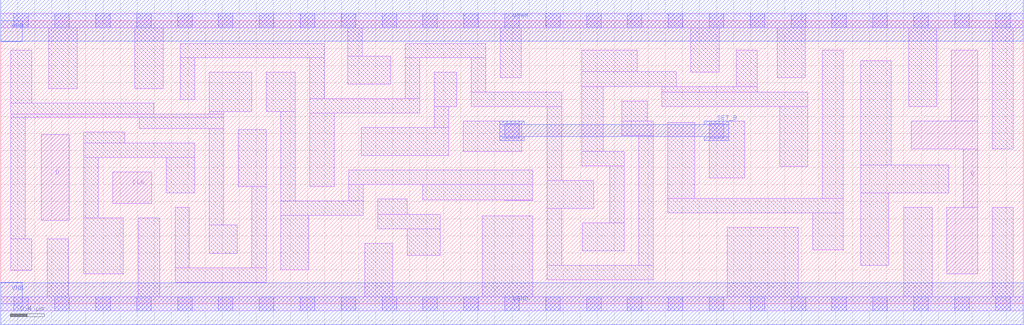
<source format=lef>
# Copyright 2020 The SkyWater PDK Authors
#
# Licensed under the Apache License, Version 2.0 (the "License");
# you may not use this file except in compliance with the License.
# You may obtain a copy of the License at
#
#     https://www.apache.org/licenses/LICENSE-2.0
#
# Unless required by applicable law or agreed to in writing, software
# distributed under the License is distributed on an "AS IS" BASIS,
# WITHOUT WARRANTIES OR CONDITIONS OF ANY KIND, either express or implied.
# See the License for the specific language governing permissions and
# limitations under the License.
#
# SPDX-License-Identifier: Apache-2.0

VERSION 5.5 ;
NAMESCASESENSITIVE ON ;
BUSBITCHARS "[]" ;
DIVIDERCHAR "/" ;
MACRO sky130_fd_sc_ms__dfstp_2
  CLASS CORE ;
  SOURCE USER ;
  ORIGIN  0.000000  0.000000 ;
  SIZE 12 BY  3.330000 ;
  SYMMETRY X Y ;
  SITE unit ;
  PIN D
    ANTENNAGATEAREA  0.126000 ;
    DIRECTION INPUT ;
    USE SIGNAL ;
    PORT
      LAYER li1 ;
        RECT 0.475000 0.980000 0.805000 1.990000 ;
    END
  END D
  PIN Q
    ANTENNADIFFAREA  0.543200 ;
    DIRECTION OUTPUT ;
    USE SIGNAL ;
    PORT
      LAYER li1 ;
        RECT 10.685000 1.820000 11.465000 2.150000 ;
        RECT 11.100000 0.350000 11.465000 1.130000 ;
        RECT 11.155000 2.150000 11.465000 2.980000 ;
        RECT 11.295000 1.130000 11.465000 1.820000 ;
    END
  END Q
  PIN SET_B
    ANTENNAPARTIALMETALSIDEAREA  1.869000 ;
    DIRECTION INPUT ;
    USE SIGNAL ;
    PORT
      LAYER met1 ;
        RECT 5.855000 1.920000 6.145000 1.965000 ;
        RECT 5.855000 1.965000 8.545000 2.105000 ;
        RECT 5.855000 2.105000 6.145000 2.150000 ;
        RECT 8.255000 1.920000 8.545000 1.965000 ;
        RECT 8.255000 2.105000 8.545000 2.150000 ;
    END
  END SET_B
  PIN CLK
    ANTENNAGATEAREA  0.279000 ;
    DIRECTION INPUT ;
    USE CLOCK ;
    PORT
      LAYER li1 ;
        RECT 1.315000 1.180000 1.775000 1.550000 ;
    END
  END CLK
  PIN VGND
    DIRECTION INOUT ;
    USE GROUND ;
    PORT
      LAYER met1 ;
        RECT 0.000000 -0.245000 12.000000 0.245000 ;
    END
  END VGND
  PIN VNB
    DIRECTION INOUT ;
    USE GROUND ;
    PORT
      LAYER met1 ;
        RECT 0.000000 0.000000 0.250000 0.250000 ;
    END
  END VNB
  PIN VPB
    DIRECTION INOUT ;
    USE POWER ;
    PORT
      LAYER met1 ;
        RECT 0.000000 3.080000 0.250000 3.330000 ;
    END
  END VPB
  PIN VPWR
    DIRECTION INOUT ;
    USE POWER ;
    PORT
      LAYER met1 ;
        RECT 0.000000 3.085000 12.000000 3.575000 ;
    END
  END VPWR
  OBS
    LAYER li1 ;
      RECT  0.000000 -0.085000 12.000000 0.085000 ;
      RECT  0.000000  3.245000 12.000000 3.415000 ;
      RECT  0.115000  0.395000  0.365000 0.765000 ;
      RECT  0.115000  0.765000  0.285000 2.190000 ;
      RECT  0.115000  2.190000  2.615000 2.230000 ;
      RECT  0.115000  2.230000  1.795000 2.360000 ;
      RECT  0.115000  2.360000  0.365000 2.980000 ;
      RECT  0.545000  0.085000  0.795000 0.765000 ;
      RECT  0.565000  2.530000  0.895000 3.245000 ;
      RECT  0.975000  0.350000  1.435000 1.010000 ;
      RECT  0.975000  1.010000  1.145000 1.720000 ;
      RECT  0.975000  1.720000  2.275000 1.890000 ;
      RECT  0.975000  1.890000  1.455000 2.020000 ;
      RECT  1.575000  2.530000  1.905000 3.245000 ;
      RECT  1.615000  0.085000  1.865000 1.010000 ;
      RECT  1.625000  2.060000  2.615000 2.190000 ;
      RECT  1.945000  1.300000  2.275000 1.720000 ;
      RECT  2.045000  0.255000  3.115000 0.425000 ;
      RECT  2.045000  0.425000  2.215000 1.130000 ;
      RECT  2.105000  2.400000  2.275000 2.890000 ;
      RECT  2.105000  2.890000  3.795000 3.060000 ;
      RECT  2.445000  0.595000  2.775000 0.925000 ;
      RECT  2.445000  0.925000  2.615000 2.060000 ;
      RECT  2.445000  2.230000  2.615000 2.260000 ;
      RECT  2.445000  2.260000  2.945000 2.720000 ;
      RECT  2.785000  1.380000  3.115000 2.050000 ;
      RECT  2.945000  0.425000  3.115000 1.380000 ;
      RECT  3.115000  2.260000  3.455000 2.720000 ;
      RECT  3.285000  0.400000  3.615000 1.040000 ;
      RECT  3.285000  1.040000  4.255000 1.210000 ;
      RECT  3.285000  1.210000  3.455000 2.260000 ;
      RECT  3.625000  1.380000  3.915000 2.240000 ;
      RECT  3.625000  2.240000  4.915000 2.410000 ;
      RECT  3.625000  2.410000  3.795000 2.890000 ;
      RECT  4.070000  2.580000  4.575000 2.910000 ;
      RECT  4.070000  2.910000  4.240000 3.245000 ;
      RECT  4.085000  1.210000  4.255000 1.400000 ;
      RECT  4.085000  1.400000  6.245000 1.570000 ;
      RECT  4.230000  1.740000  5.255000 2.070000 ;
      RECT  4.270000  0.085000  4.600000 0.710000 ;
      RECT  4.425000  0.880000  5.160000 1.050000 ;
      RECT  4.425000  1.050000  4.770000 1.230000 ;
      RECT  4.745000  2.410000  4.915000 2.890000 ;
      RECT  4.745000  2.890000  5.690000 3.060000 ;
      RECT  4.770000  0.570000  5.160000 0.880000 ;
      RECT  4.950000  1.220000  6.245000 1.400000 ;
      RECT  5.085000  2.070000  5.255000 2.320000 ;
      RECT  5.085000  2.320000  5.350000 2.720000 ;
      RECT  5.425000  1.790000  6.115000 2.150000 ;
      RECT  5.520000  2.320000  6.585000 2.490000 ;
      RECT  5.520000  2.490000  5.690000 2.890000 ;
      RECT  5.650000  0.085000  6.245000 1.030000 ;
      RECT  5.860000  2.660000  6.110000 3.245000 ;
      RECT  5.915000  1.215000  6.245000 1.220000 ;
      RECT  6.415000  0.280000  7.660000 0.450000 ;
      RECT  6.415000  0.450000  6.585000 1.120000 ;
      RECT  6.415000  1.120000  6.960000 1.450000 ;
      RECT  6.415000  1.450000  6.585000 2.320000 ;
      RECT  6.820000  1.620000  7.320000 1.790000 ;
      RECT  6.820000  1.790000  7.070000 2.550000 ;
      RECT  6.820000  2.550000  7.930000 2.730000 ;
      RECT  6.820000  2.730000  7.470000 2.980000 ;
      RECT  6.825000  0.620000  7.320000 0.950000 ;
      RECT  7.150000  0.950000  7.320000 1.620000 ;
      RECT  7.290000  1.980000  7.660000 2.150000 ;
      RECT  7.290000  2.150000  7.590000 2.380000 ;
      RECT  7.490000  0.450000  7.660000 1.980000 ;
      RECT  7.760000  2.320000  9.470000 2.490000 ;
      RECT  7.760000  2.490000  8.880000 2.550000 ;
      RECT  7.830000  1.070000  9.890000 1.240000 ;
      RECT  7.830000  1.240000  8.145000 2.130000 ;
      RECT  8.100000  2.720000  8.430000 3.245000 ;
      RECT  8.315000  1.480000  8.730000 2.150000 ;
      RECT  8.525000  0.085000  9.360000 0.900000 ;
      RECT  8.630000  2.550000  8.880000 2.980000 ;
      RECT  9.110000  2.660000  9.440000 3.245000 ;
      RECT  9.140000  1.615000  9.470000 2.320000 ;
      RECT  9.530000  0.635000  9.890000 1.070000 ;
      RECT  9.640000  1.240000  9.890000 2.980000 ;
      RECT 10.090000  0.450000 10.420000 1.300000 ;
      RECT 10.090000  1.300000 11.125000 1.630000 ;
      RECT 10.090000  1.630000 10.450000 2.860000 ;
      RECT 10.600000  0.085000 10.930000 1.130000 ;
      RECT 10.655000  2.320000 10.985000 3.245000 ;
      RECT 11.635000  0.085000 11.885000 1.130000 ;
      RECT 11.635000  1.820000 11.885000 3.245000 ;
    LAYER mcon ;
      RECT  0.155000 -0.085000  0.325000 0.085000 ;
      RECT  0.155000  3.245000  0.325000 3.415000 ;
      RECT  0.635000 -0.085000  0.805000 0.085000 ;
      RECT  0.635000  3.245000  0.805000 3.415000 ;
      RECT  1.115000 -0.085000  1.285000 0.085000 ;
      RECT  1.115000  3.245000  1.285000 3.415000 ;
      RECT  1.595000 -0.085000  1.765000 0.085000 ;
      RECT  1.595000  3.245000  1.765000 3.415000 ;
      RECT  2.075000 -0.085000  2.245000 0.085000 ;
      RECT  2.075000  3.245000  2.245000 3.415000 ;
      RECT  2.555000 -0.085000  2.725000 0.085000 ;
      RECT  2.555000  3.245000  2.725000 3.415000 ;
      RECT  3.035000 -0.085000  3.205000 0.085000 ;
      RECT  3.035000  3.245000  3.205000 3.415000 ;
      RECT  3.515000 -0.085000  3.685000 0.085000 ;
      RECT  3.515000  3.245000  3.685000 3.415000 ;
      RECT  3.995000 -0.085000  4.165000 0.085000 ;
      RECT  3.995000  3.245000  4.165000 3.415000 ;
      RECT  4.475000 -0.085000  4.645000 0.085000 ;
      RECT  4.475000  3.245000  4.645000 3.415000 ;
      RECT  4.955000 -0.085000  5.125000 0.085000 ;
      RECT  4.955000  3.245000  5.125000 3.415000 ;
      RECT  5.435000 -0.085000  5.605000 0.085000 ;
      RECT  5.435000  3.245000  5.605000 3.415000 ;
      RECT  5.915000 -0.085000  6.085000 0.085000 ;
      RECT  5.915000  1.950000  6.085000 2.120000 ;
      RECT  5.915000  3.245000  6.085000 3.415000 ;
      RECT  6.395000 -0.085000  6.565000 0.085000 ;
      RECT  6.395000  3.245000  6.565000 3.415000 ;
      RECT  6.875000 -0.085000  7.045000 0.085000 ;
      RECT  6.875000  3.245000  7.045000 3.415000 ;
      RECT  7.355000 -0.085000  7.525000 0.085000 ;
      RECT  7.355000  3.245000  7.525000 3.415000 ;
      RECT  7.835000 -0.085000  8.005000 0.085000 ;
      RECT  7.835000  3.245000  8.005000 3.415000 ;
      RECT  8.315000 -0.085000  8.485000 0.085000 ;
      RECT  8.315000  1.950000  8.485000 2.120000 ;
      RECT  8.315000  3.245000  8.485000 3.415000 ;
      RECT  8.795000 -0.085000  8.965000 0.085000 ;
      RECT  8.795000  3.245000  8.965000 3.415000 ;
      RECT  9.275000 -0.085000  9.445000 0.085000 ;
      RECT  9.275000  3.245000  9.445000 3.415000 ;
      RECT  9.755000 -0.085000  9.925000 0.085000 ;
      RECT  9.755000  3.245000  9.925000 3.415000 ;
      RECT 10.235000 -0.085000 10.405000 0.085000 ;
      RECT 10.235000  3.245000 10.405000 3.415000 ;
      RECT 10.715000 -0.085000 10.885000 0.085000 ;
      RECT 10.715000  3.245000 10.885000 3.415000 ;
      RECT 11.195000 -0.085000 11.365000 0.085000 ;
      RECT 11.195000  3.245000 11.365000 3.415000 ;
      RECT 11.675000 -0.085000 11.845000 0.085000 ;
      RECT 11.675000  3.245000 11.845000 3.415000 ;
  END
END sky130_fd_sc_ms__dfstp_2

</source>
